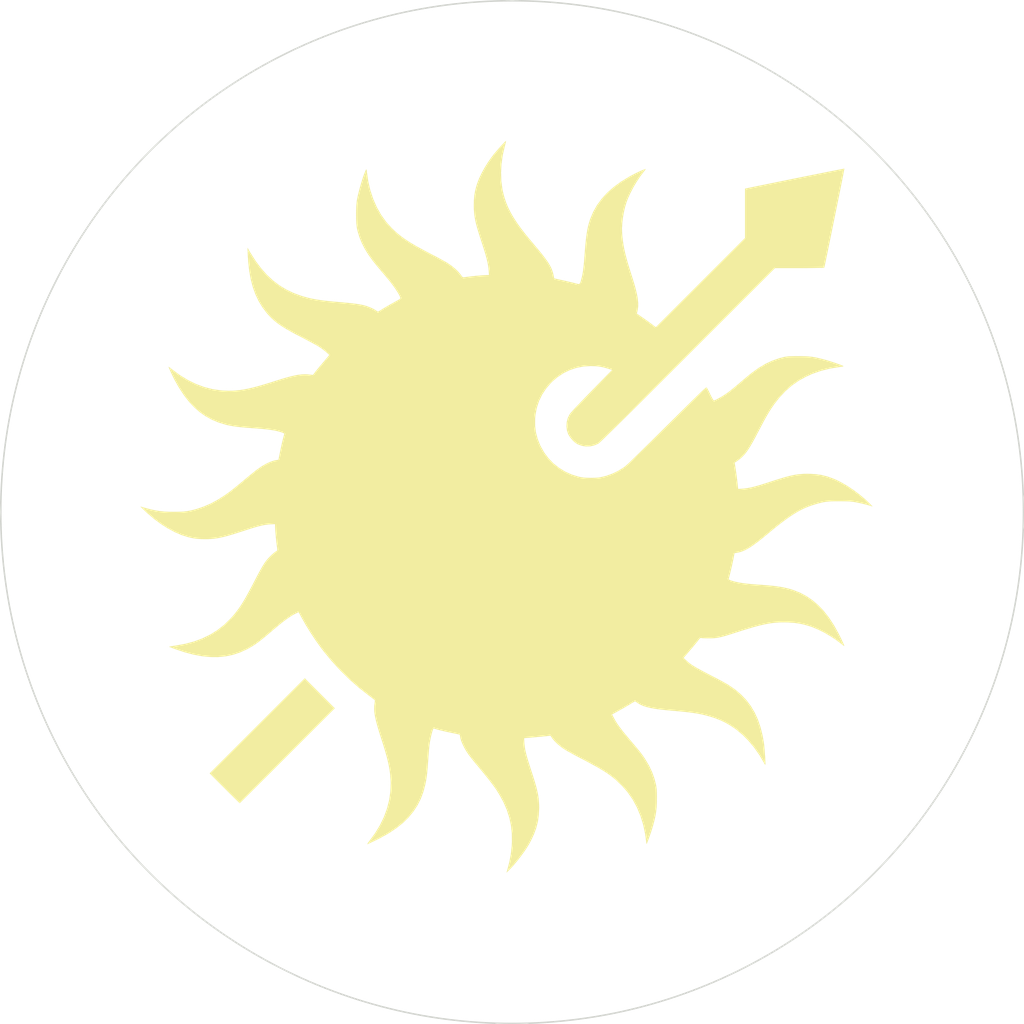
<source format=kicad_pcb>
(kicad_pcb (version 20171130) (host pcbnew "(5.0.0)")

  (general
    (thickness 1.6)
    (drawings 1)
    (tracks 0)
    (zones 0)
    (modules 1)
    (nets 1)
  )

  (page A)
  (layers
    (0 F.Cu signal)
    (31 B.Cu signal)
    (32 B.Adhes user)
    (33 F.Adhes user)
    (34 B.Paste user)
    (35 F.Paste user)
    (36 B.SilkS user)
    (37 F.SilkS user)
    (38 B.Mask user)
    (39 F.Mask user)
    (40 Dwgs.User user)
    (41 Cmts.User user)
    (42 Eco1.User user)
    (43 Eco2.User user)
    (44 Edge.Cuts user)
    (45 Margin user)
    (46 B.CrtYd user)
    (47 F.CrtYd user)
    (48 B.Fab user)
    (49 F.Fab user)
  )

  (setup
    (last_trace_width 0.25)
    (trace_clearance 0.2)
    (zone_clearance 0.508)
    (zone_45_only no)
    (trace_min 0.2)
    (segment_width 0.2)
    (edge_width 0.15)
    (via_size 0.8)
    (via_drill 0.4)
    (via_min_size 0.4)
    (via_min_drill 0.3)
    (uvia_size 0.3)
    (uvia_drill 0.1)
    (uvias_allowed no)
    (uvia_min_size 0.2)
    (uvia_min_drill 0.1)
    (pcb_text_width 0.3)
    (pcb_text_size 1.5 1.5)
    (mod_edge_width 0.15)
    (mod_text_size 1 1)
    (mod_text_width 0.15)
    (pad_size 1.524 1.524)
    (pad_drill 0.762)
    (pad_to_mask_clearance 0.2)
    (aux_axis_origin 139.7 107.95)
    (visible_elements FFFFFF7F)
    (pcbplotparams
      (layerselection 0x010fc_ffffffff)
      (usegerberextensions false)
      (usegerberattributes false)
      (usegerberadvancedattributes false)
      (creategerberjobfile false)
      (excludeedgelayer true)
      (linewidth 0.100000)
      (plotframeref false)
      (viasonmask false)
      (mode 1)
      (useauxorigin false)
      (hpglpennumber 1)
      (hpglpenspeed 20)
      (hpglpendiameter 15.000000)
      (psnegative false)
      (psa4output false)
      (plotreference true)
      (plotvalue true)
      (plotinvisibletext false)
      (padsonsilk false)
      (subtractmaskfromsilk false)
      (outputformat 1)
      (mirror false)
      (drillshape 1)
      (scaleselection 1)
      (outputdirectory ""))
  )

  (net 0 "")

  (net_class Default "This is the default net class."
    (clearance 0.2)
    (trace_width 0.25)
    (via_dia 0.8)
    (via_drill 0.4)
    (uvia_dia 0.3)
    (uvia_drill 0.1)
  )

  (module Eddies_modules:martell_emblem_negative (layer F.Cu) (tedit 0) (tstamp 5C30507D)
    (at 139.7 107.95)
    (fp_text reference G*** (at 0 0) (layer F.SilkS) hide
      (effects (font (size 1.524 1.524) (thickness 0.3)))
    )
    (fp_text value LOGO (at 0.75 0) (layer F.SilkS) hide
      (effects (font (size 1.524 1.524) (thickness 0.3)))
    )
    (fp_poly (pts (xy -17.618538 19.488732) (xy -22.328911 24.199275) (xy -22.878311 24.748534) (xy -23.409852 25.279629)
      (xy -23.919876 25.788915) (xy -24.404719 26.272749) (xy -24.860722 26.727488) (xy -25.284222 27.14949)
      (xy -25.671558 27.53511) (xy -26.01907 27.880705) (xy -26.323096 28.182633) (xy -26.579974 28.437249)
      (xy -26.786044 28.640911) (xy -26.937643 28.789976) (xy -27.031112 28.8808) (xy -27.062731 28.909818)
      (xy -27.099174 28.878185) (xy -27.194181 28.787632) (xy -27.341135 28.644676) (xy -27.533416 28.455835)
      (xy -27.764406 28.227626) (xy -28.027486 27.966567) (xy -28.316038 27.679176) (xy -28.563576 27.431879)
      (xy -30.040974 25.953939) (xy -25.319063 21.232029) (xy -20.597152 16.510118) (xy -17.618538 19.488732)) (layer F.SilkS) (width 0.01))
    (fp_poly (pts (xy -0.608569 -36.87669) (xy -0.612364 -36.827102) (xy -0.637425 -36.706955) (xy -0.679578 -36.534478)
      (xy -0.73256 -36.335454) (xy -0.932987 -35.465183) (xy -1.056989 -34.592204) (xy -1.104072 -33.728452)
      (xy -1.073746 -32.885862) (xy -0.965517 -32.076369) (xy -0.917917 -31.842364) (xy -0.78418 -31.316161)
      (xy -0.615781 -30.802848) (xy -0.407833 -30.293935) (xy -0.155452 -29.780932) (xy 0.146251 -29.255352)
      (xy 0.50216 -28.708703) (xy 0.917162 -28.132498) (xy 1.396143 -27.518247) (xy 1.94399 -26.85746)
      (xy 1.966587 -26.830902) (xy 2.376713 -26.345975) (xy 2.729018 -25.921025) (xy 3.028484 -25.548304)
      (xy 3.280095 -25.220062) (xy 3.488834 -24.928552) (xy 3.659684 -24.666024) (xy 3.797627 -24.424732)
      (xy 3.907647 -24.196925) (xy 3.994726 -23.974856) (xy 4.063847 -23.750776) (xy 4.119993 -23.516937)
      (xy 4.130606 -23.465845) (xy 4.181041 -23.217326) (xy 5.057702 -23.021567) (xy 5.360271 -22.952857)
      (xy 5.65983 -22.882782) (xy 5.933876 -22.816754) (xy 6.159909 -22.760184) (xy 6.300903 -22.722615)
      (xy 6.484931 -22.672909) (xy 6.61177 -22.654248) (xy 6.697713 -22.678146) (xy 6.759051 -22.756119)
      (xy 6.812076 -22.899681) (xy 6.873083 -23.120348) (xy 6.875284 -23.128569) (xy 6.936957 -23.374241)
      (xy 6.989942 -23.622952) (xy 7.036107 -23.888729) (xy 7.077323 -24.185598) (xy 7.115459 -24.527587)
      (xy 7.152383 -24.928723) (xy 7.189965 -25.403032) (xy 7.204179 -25.596663) (xy 7.252011 -26.218668)
      (xy 7.300559 -26.760003) (xy 7.351689 -27.232353) (xy 7.407265 -27.647405) (xy 7.469155 -28.016844)
      (xy 7.539221 -28.352357) (xy 7.619331 -28.665629) (xy 7.711348 -28.968348) (xy 7.769867 -29.140727)
      (xy 8.065089 -29.843051) (xy 8.444844 -30.509664) (xy 8.909309 -31.140749) (xy 9.45866 -31.73649)
      (xy 10.093075 -32.297072) (xy 10.81273 -32.822677) (xy 11.617802 -33.313489) (xy 11.963037 -33.499722)
      (xy 12.245122 -33.643628) (xy 12.513951 -33.77504) (xy 12.758495 -33.889149) (xy 12.96772 -33.981144)
      (xy 13.130595 -34.046217) (xy 13.236088 -34.079559) (xy 13.273168 -34.07636) (xy 13.270795 -34.069841)
      (xy 13.227407 -34.008833) (xy 13.142215 -33.897068) (xy 13.031406 -33.755679) (xy 12.997249 -33.712727)
      (xy 12.66197 -33.26038) (xy 12.331416 -32.754515) (xy 12.019153 -32.219375) (xy 11.738747 -31.679204)
      (xy 11.503763 -31.158245) (xy 11.367192 -30.799641) (xy 11.221474 -30.317128) (xy 11.099466 -29.79169)
      (xy 11.004821 -29.248302) (xy 10.941191 -28.711941) (xy 10.91223 -28.207581) (xy 10.92159 -27.760198)
      (xy 10.92195 -27.755273) (xy 10.95766 -27.338292) (xy 11.003051 -26.941017) (xy 11.061012 -26.55065)
      (xy 11.134429 -26.154394) (xy 11.226191 -25.73945) (xy 11.339186 -25.293021) (xy 11.4763 -24.80231)
      (xy 11.640422 -24.254519) (xy 11.834439 -23.636851) (xy 11.891061 -23.460364) (xy 12.084068 -22.842493)
      (xy 12.240058 -22.299672) (xy 12.360471 -21.822973) (xy 12.446745 -21.403467) (xy 12.500318 -21.032227)
      (xy 12.522631 -20.700325) (xy 12.51512 -20.398832) (xy 12.479226 -20.11882) (xy 12.451197 -19.984558)
      (xy 12.388563 -19.718389) (xy 12.902191 -19.365176) (xy 13.146328 -19.195101) (xy 13.413587 -19.005386)
      (xy 13.668822 -18.821151) (xy 13.84769 -18.689398) (xy 14.279561 -18.366832) (xy 18.708326 -22.795417)
      (xy 23.137091 -27.224001) (xy 23.137091 -32.134892) (xy 23.356455 -32.180426) (xy 23.732787 -32.258251)
      (xy 24.16083 -32.346255) (xy 24.63371 -32.443058) (xy 25.144554 -32.547278) (xy 25.686488 -32.657533)
      (xy 26.252638 -32.772442) (xy 26.836131 -32.890624) (xy 27.430093 -33.010698) (xy 28.02765 -33.131282)
      (xy 28.621929 -33.250995) (xy 29.206055 -33.368455) (xy 29.773156 -33.482281) (xy 30.316358 -33.591092)
      (xy 30.828787 -33.693507) (xy 31.303568 -33.788144) (xy 31.73383 -33.873621) (xy 32.112697 -33.948559)
      (xy 32.433297 -34.011574) (xy 32.688756 -34.061286) (xy 32.872199 -34.096313) (xy 32.976754 -34.115275)
      (xy 32.999309 -34.118267) (xy 32.993664 -34.070921) (xy 32.970944 -33.940815) (xy 32.932661 -33.735666)
      (xy 32.880322 -33.463189) (xy 32.815438 -33.131099) (xy 32.739518 -32.747113) (xy 32.654071 -32.318946)
      (xy 32.560607 -31.854313) (xy 32.460636 -31.360931) (xy 32.440532 -31.262129) (xy 32.32251 -30.68246)
      (xy 32.196976 -30.065849) (xy 32.067423 -29.429454) (xy 31.937344 -28.790435) (xy 31.810231 -28.165949)
      (xy 31.689578 -27.573156) (xy 31.578876 -27.029212) (xy 31.481619 -26.551278) (xy 31.444989 -26.371257)
      (xy 31.358602 -25.948252) (xy 31.277278 -25.55306) (xy 31.202956 -25.194889) (xy 31.137577 -24.882951)
      (xy 31.08308 -24.626455) (xy 31.041405 -24.434611) (xy 31.014493 -24.31663) (xy 31.004845 -24.281529)
      (xy 30.955733 -24.274638) (xy 30.822882 -24.268178) (xy 30.614913 -24.262276) (xy 30.340449 -24.257059)
      (xy 30.008112 -24.252654) (xy 29.626526 -24.249188) (xy 29.204313 -24.246786) (xy 28.750096 -24.245577)
      (xy 28.549591 -24.245455) (xy 26.116634 -24.245455) (xy 17.457135 -15.591887) (xy 16.41917 -14.554989)
      (xy 15.44609 -13.583644) (xy 14.537804 -12.677763) (xy 13.694222 -11.837256) (xy 12.915252 -11.062032)
      (xy 12.200803 -10.352002) (xy 11.550785 -9.707075) (xy 10.965105 -9.127162) (xy 10.443673 -8.612172)
      (xy 9.986398 -8.162016) (xy 9.593189 -7.776602) (xy 9.263955 -7.455843) (xy 8.998604 -7.199646)
      (xy 8.797046 -7.007923) (xy 8.65919 -6.880583) (xy 8.584944 -6.817536) (xy 8.576619 -6.811984)
      (xy 8.170836 -6.630263) (xy 7.746522 -6.5337) (xy 7.316415 -6.522521) (xy 6.893254 -6.596951)
      (xy 6.48978 -6.757216) (xy 6.457427 -6.774463) (xy 6.216357 -6.941592) (xy 5.975747 -7.171321)
      (xy 5.759798 -7.436988) (xy 5.592708 -7.711932) (xy 5.577005 -7.744464) (xy 5.450246 -8.119598)
      (xy 5.400599 -8.522484) (xy 5.426514 -8.932465) (xy 5.526441 -9.328884) (xy 5.698833 -9.691082)
      (xy 5.726206 -9.734151) (xy 5.8034 -9.833886) (xy 5.946226 -9.997959) (xy 6.154365 -10.226038)
      (xy 6.427502 -10.517792) (xy 6.765321 -10.872892) (xy 7.167504 -11.291005) (xy 7.633734 -11.771801)
      (xy 8.163696 -12.314949) (xy 8.757072 -12.920119) (xy 9.411327 -13.584729) (xy 9.942219 -14.123095)
      (xy 9.508473 -14.260874) (xy 9.086506 -14.380534) (xy 8.690417 -14.45896) (xy 8.282361 -14.501788)
      (xy 7.824491 -14.514656) (xy 7.804727 -14.514628) (xy 7.088472 -14.46815) (xy 6.397128 -14.333599)
      (xy 5.735578 -14.113066) (xy 5.108705 -13.808644) (xy 4.521391 -13.422426) (xy 3.97852 -12.956503)
      (xy 3.837821 -12.814835) (xy 3.364668 -12.2589) (xy 2.975424 -11.664657) (xy 2.670654 -11.033397)
      (xy 2.450923 -10.366408) (xy 2.316794 -9.664982) (xy 2.279162 -9.2555) (xy 2.280195 -8.571875)
      (xy 2.365573 -7.911394) (xy 2.537607 -7.262795) (xy 2.798608 -6.614815) (xy 2.838074 -6.532336)
      (xy 3.190386 -5.911821) (xy 3.613339 -5.347359) (xy 4.100857 -4.843567) (xy 4.646864 -4.40506)
      (xy 5.245285 -4.036456) (xy 5.890045 -3.74237) (xy 6.575069 -3.527418) (xy 6.881091 -3.460354)
      (xy 7.107844 -3.430199) (xy 7.398793 -3.410775) (xy 7.726392 -3.402106) (xy 8.063097 -3.404216)
      (xy 8.381361 -3.417129) (xy 8.653641 -3.440869) (xy 8.774546 -3.458682) (xy 9.365594 -3.603613)
      (xy 9.965471 -3.822641) (xy 10.547653 -4.104533) (xy 11.083636 -4.436667) (xy 11.135213 -4.473889)
      (xy 11.19195 -4.51746) (xy 11.256944 -4.570393) (xy 11.333294 -4.635701) (xy 11.424097 -4.716397)
      (xy 11.53245 -4.815494) (xy 11.661452 -4.936006) (xy 11.814199 -5.080946) (xy 11.993789 -5.253326)
      (xy 12.20332 -5.456161) (xy 12.445889 -5.692462) (xy 12.724593 -5.965245) (xy 13.042531 -6.277521)
      (xy 13.4028 -6.632304) (xy 13.808497 -7.032608) (xy 14.26272 -7.481445) (xy 14.768567 -7.981828)
      (xy 15.329134 -8.536771) (xy 15.94752 -9.149288) (xy 16.626823 -9.82239) (xy 16.984532 -10.176901)
      (xy 17.444225 -10.631875) (xy 17.842812 -11.024902) (xy 18.184185 -11.359652) (xy 18.472239 -11.639797)
      (xy 18.710867 -11.869008) (xy 18.903962 -12.050957) (xy 19.055419 -12.189315) (xy 19.169132 -12.287753)
      (xy 19.248994 -12.349944) (xy 19.298899 -12.379559) (xy 19.322023 -12.380933) (xy 19.362895 -12.322577)
      (xy 19.43376 -12.196524) (xy 19.526036 -12.019001) (xy 19.631137 -11.806231) (xy 19.678764 -11.706619)
      (xy 19.790895 -11.478357) (xy 19.891132 -11.290614) (xy 19.971941 -11.156485) (xy 20.025789 -11.089064)
      (xy 20.03716 -11.083643) (xy 20.127785 -11.108254) (xy 20.278695 -11.176012) (xy 20.474031 -11.277784)
      (xy 20.697934 -11.404439) (xy 20.934544 -11.546845) (xy 21.168001 -11.695871) (xy 21.382446 -11.842386)
      (xy 21.484186 -11.916813) (xy 21.673905 -12.063861) (xy 21.912079 -12.254645) (xy 22.17772 -12.471999)
      (xy 22.449841 -12.698761) (xy 22.694686 -12.906786) (xy 22.944172 -13.119644) (xy 23.197746 -13.333308)
      (xy 23.437082 -13.53253) (xy 23.643857 -13.702057) (xy 23.799746 -13.826639) (xy 23.803049 -13.829215)
      (xy 24.486154 -14.320095) (xy 25.165947 -14.724083) (xy 25.851794 -15.045778) (xy 26.553059 -15.289779)
      (xy 27.018792 -15.408281) (xy 27.17329 -15.438315) (xy 27.336597 -15.460709) (xy 27.525074 -15.476439)
      (xy 27.755081 -15.486477) (xy 28.042978 -15.491799) (xy 28.405128 -15.493377) (xy 28.448 -15.493365)
      (xy 28.874974 -15.4898) (xy 29.239993 -15.477522) (xy 29.566281 -15.453306) (xy 29.877059 -15.413926)
      (xy 30.19555 -15.356158) (xy 30.544977 -15.276776) (xy 30.94856 -15.172553) (xy 31.147981 -15.118351)
      (xy 31.376534 -15.052021) (xy 31.63996 -14.969852) (xy 31.919997 -14.878163) (xy 32.198383 -14.783272)
      (xy 32.456855 -14.691496) (xy 32.677151 -14.609152) (xy 32.84101 -14.54256) (xy 32.915849 -14.50677)
      (xy 32.903932 -14.485469) (xy 32.811016 -14.459428) (xy 32.64817 -14.431257) (xy 32.526925 -14.415079)
      (xy 31.565873 -14.258646) (xy 30.6605 -14.03069) (xy 29.80657 -13.729982) (xy 29.163818 -13.439307)
      (xy 28.442527 -13.033892) (xy 27.773854 -12.563173) (xy 27.152302 -12.022105) (xy 26.572374 -11.405643)
      (xy 26.028572 -10.708744) (xy 25.760565 -10.316438) (xy 25.621927 -10.101152) (xy 25.488697 -9.886325)
      (xy 25.354165 -9.659995) (xy 25.211622 -9.410201) (xy 25.054359 -9.12498) (xy 24.875666 -8.79237)
      (xy 24.668836 -8.400409) (xy 24.440539 -7.96288) (xy 24.16196 -7.433666) (xy 23.91436 -6.980014)
      (xy 23.691153 -6.593109) (xy 23.485752 -6.264131) (xy 23.291573 -5.984266) (xy 23.102028 -5.744695)
      (xy 22.910533 -5.536602) (xy 22.7105 -5.35117) (xy 22.495345 -5.179581) (xy 22.25848 -5.013019)
      (xy 22.216111 -4.984918) (xy 22.106779 -4.912927) (xy 22.205817 -4.2691) (xy 22.255992 -3.934574)
      (xy 22.299248 -3.625017) (xy 22.339361 -3.310904) (xy 22.380111 -2.962709) (xy 22.423436 -2.568016)
      (xy 22.452664 -2.295849) (xy 22.866943 -2.325256) (xy 23.135415 -2.350286) (xy 23.408575 -2.389052)
      (xy 23.698991 -2.444634) (xy 24.019232 -2.52011) (xy 24.381866 -2.618558) (xy 24.79946 -2.743056)
      (xy 25.284583 -2.896682) (xy 25.539931 -2.979969) (xy 26.118126 -3.167767) (xy 26.621262 -3.325643)
      (xy 27.060791 -3.456028) (xy 27.448165 -3.561354) (xy 27.794837 -3.644052) (xy 28.112258 -3.706555)
      (xy 28.411881 -3.751294) (xy 28.705159 -3.780701) (xy 29.003543 -3.797207) (xy 29.318486 -3.803245)
      (xy 29.417818 -3.803378) (xy 30.079982 -3.776136) (xy 30.693239 -3.693153) (xy 31.285948 -3.548281)
      (xy 31.886465 -3.33537) (xy 32.202976 -3.199463) (xy 32.755531 -2.921722) (xy 33.335317 -2.579185)
      (xy 33.922093 -2.186282) (xy 34.495617 -1.757447) (xy 35.035647 -1.307112) (xy 35.52194 -0.849708)
      (xy 35.576559 -0.794172) (xy 35.800937 -0.563919) (xy 35.34565 -0.699375) (xy 35.11553 -0.762628)
      (xy 34.831553 -0.83295) (xy 34.530844 -0.901501) (xy 34.266909 -0.956265) (xy 34.055712 -0.995849)
      (xy 33.869543 -1.025942) (xy 33.689856 -1.047884) (xy 33.498109 -1.063017) (xy 33.275756 -1.07268)
      (xy 33.004253 -1.078215) (xy 32.665057 -1.080962) (xy 32.535091 -1.081486) (xy 32.113615 -1.080758)
      (xy 31.764533 -1.073818) (xy 31.467954 -1.05829) (xy 31.203989 -1.031798) (xy 30.952746 -0.991966)
      (xy 30.694336 -0.936418) (xy 30.408869 -0.862778) (xy 30.189755 -0.801331) (xy 29.76811 -0.670213)
      (xy 29.360974 -0.520558) (xy 28.959998 -0.347218) (xy 28.556832 -0.145044) (xy 28.143127 0.09111)
      (xy 27.710532 0.366394) (xy 27.250699 0.685955) (xy 26.755276 1.054942) (xy 26.215915 1.478501)
      (xy 25.624265 1.961782) (xy 25.386363 2.160171) (xy 24.884592 2.573961) (xy 24.439451 2.925872)
      (xy 24.04348 3.220535) (xy 23.68922 3.462582) (xy 23.369211 3.656643) (xy 23.075993 3.80735)
      (xy 22.802107 3.919333) (xy 22.540093 3.997224) (xy 22.371183 4.032011) (xy 22.090003 4.080175)
      (xy 21.983672 4.637815) (xy 21.909219 5.000963) (xy 21.80934 5.444075) (xy 21.68597 5.958896)
      (xy 21.541043 6.537169) (xy 21.513762 6.643677) (xy 21.53527 6.693577) (xy 21.628176 6.749082)
      (xy 21.798162 6.812503) (xy 22.050909 6.886153) (xy 22.213455 6.928384) (xy 22.567411 7.003102)
      (xy 23.007035 7.070856) (xy 23.525836 7.130839) (xy 24.117323 7.182245) (xy 24.430182 7.20396)
      (xy 25.085963 7.250383) (xy 25.661142 7.300978) (xy 26.167451 7.3575) (xy 26.61662 7.421705)
      (xy 27.02038 7.49535) (xy 27.390463 7.580189) (xy 27.738597 7.677979) (xy 27.865249 7.71814)
      (xy 28.561346 7.988573) (xy 29.21719 8.332788) (xy 29.834996 8.752927) (xy 30.41698 9.251131)
      (xy 30.965357 9.829541) (xy 31.482342 10.490298) (xy 31.970152 11.235544) (xy 32.431001 12.06742)
      (xy 32.494036 12.192) (xy 32.653688 12.515073) (xy 32.786898 12.792901) (xy 32.890207 13.017785)
      (xy 32.960157 13.182025) (xy 32.993289 13.277922) (xy 32.991904 13.300364) (xy 32.948002 13.273292)
      (xy 32.850606 13.201039) (xy 32.717594 13.097047) (xy 32.659627 13.050548) (xy 32.156344 12.673452)
      (xy 31.603857 12.311638) (xy 31.025211 11.977924) (xy 30.44345 11.685131) (xy 29.88162 11.446079)
      (xy 29.587649 11.341561) (xy 29.065559 11.186907) (xy 28.568287 11.076298) (xy 28.061257 11.003829)
      (xy 27.509889 10.963599) (xy 27.335347 10.957077) (xy 26.934203 10.950793) (xy 26.549758 10.958556)
      (xy 26.171595 10.982415) (xy 25.7893 11.024422) (xy 25.392457 11.086628) (xy 24.970651 11.171083)
      (xy 24.513466 11.27984) (xy 24.010489 11.41495) (xy 23.451302 11.578462) (xy 22.825492 11.77243)
      (xy 22.240751 11.960383) (xy 21.777839 12.109617) (xy 21.389091 12.230938) (xy 21.061571 12.327171)
      (xy 20.782345 12.401142) (xy 20.538476 12.455676) (xy 20.31703 12.493598) (xy 20.105071 12.517733)
      (xy 19.889665 12.530906) (xy 19.657875 12.535943) (xy 19.604182 12.536238) (xy 19.35673 12.534857)
      (xy 19.131634 12.529584) (xy 18.950478 12.521206) (xy 18.834848 12.510509) (xy 18.819091 12.507649)
      (xy 18.742591 12.497661) (xy 18.67995 12.517213) (xy 18.611016 12.580628) (xy 18.515637 12.702228)
      (xy 18.483034 12.746486) (xy 18.390652 12.866316) (xy 18.25078 13.039807) (xy 18.076604 13.250984)
      (xy 17.88131 13.48387) (xy 17.678083 13.722488) (xy 17.663307 13.739685) (xy 17.476823 13.957396)
      (xy 17.312673 14.150617) (xy 17.179766 14.308728) (xy 17.087012 14.421112) (xy 17.04332 14.477149)
      (xy 17.041091 14.481261) (xy 17.073753 14.523311) (xy 17.15977 14.607936) (xy 17.281193 14.719006)
      (xy 17.420069 14.840389) (xy 17.558449 14.955954) (xy 17.648742 15.027301) (xy 17.799126 15.137227)
      (xy 17.968918 15.250935) (xy 18.167666 15.373862) (xy 18.404918 15.511446) (xy 18.690224 15.669123)
      (xy 19.033129 15.852333) (xy 19.443183 16.066511) (xy 19.765818 16.232909) (xy 20.106774 16.409655)
      (xy 20.443465 16.587085) (xy 20.76085 16.757059) (xy 21.043889 16.911437) (xy 21.277542 17.04208)
      (xy 21.446767 17.140847) (xy 21.471364 17.155939) (xy 22.136846 17.612069) (xy 22.72867 18.109784)
      (xy 23.249577 18.653531) (xy 23.702309 19.247761) (xy 24.089607 19.896921) (xy 24.414212 20.605462)
      (xy 24.678864 21.377833) (xy 24.886306 22.218482) (xy 25.005281 22.891708) (xy 25.026788 23.058857)
      (xy 25.049825 23.278595) (xy 25.073331 23.535593) (xy 25.096246 23.814521) (xy 25.117509 24.100051)
      (xy 25.13606 24.376852) (xy 25.150837 24.629596) (xy 25.160781 24.842954) (xy 25.164831 25.001596)
      (xy 25.161926 25.090194) (xy 25.158269 25.102943) (xy 25.127703 25.07702) (xy 25.068834 24.989044)
      (xy 25.006881 24.880686) (xy 24.548762 24.105881) (xy 24.04101 23.383948) (xy 23.490603 22.722633)
      (xy 22.904521 22.129679) (xy 22.289744 21.612832) (xy 21.693702 21.204394) (xy 21.167864 20.905424)
      (xy 20.643426 20.656999) (xy 20.086617 20.444345) (xy 19.620249 20.297339) (xy 19.291609 20.205915)
      (xy 18.966129 20.125441) (xy 18.631695 20.054067) (xy 18.276195 19.989943) (xy 17.887516 19.931219)
      (xy 17.453546 19.876047) (xy 16.962172 19.822577) (xy 16.40128 19.768959) (xy 15.840364 19.720166)
      (xy 15.192639 19.660503) (xy 14.628903 19.5965) (xy 14.140814 19.526187) (xy 13.720026 19.447597)
      (xy 13.358196 19.35876) (xy 13.04698 19.257707) (xy 12.778036 19.142469) (xy 12.543018 19.011078)
      (xy 12.391354 18.906289) (xy 12.290379 18.836134) (xy 12.221248 18.798194) (xy 12.211886 18.796)
      (xy 12.162476 18.818892) (xy 12.050412 18.881504) (xy 11.891448 18.97474) (xy 11.701338 19.089505)
      (xy 11.666168 19.111047) (xy 11.422748 19.257302) (xy 11.133039 19.426514) (xy 10.832325 19.598316)
      (xy 10.555889 19.752343) (xy 10.540472 19.760779) (xy 9.928034 20.095464) (xy 10.139645 20.505182)
      (xy 10.284487 20.765212) (xy 10.461439 21.044066) (xy 10.676989 21.350514) (xy 10.937621 21.693326)
      (xy 11.249825 22.081271) (xy 11.620085 22.52312) (xy 11.711097 22.629739) (xy 12.018545 22.99002)
      (xy 12.273525 23.291895) (xy 12.484642 23.54625) (xy 12.6605 23.76397) (xy 12.809703 23.95594)
      (xy 12.940857 24.133045) (xy 13.062565 24.306171) (xy 13.183433 24.486203) (xy 13.207313 24.522546)
      (xy 13.596166 25.173714) (xy 13.903994 25.821077) (xy 14.139137 26.484162) (xy 14.278734 27.030754)
      (xy 14.315991 27.218211) (xy 14.343226 27.397581) (xy 14.361933 27.589089) (xy 14.373609 27.81296)
      (xy 14.379749 28.089421) (xy 14.381827 28.424909) (xy 14.375008 28.918806) (xy 14.350192 29.362376)
      (xy 14.303562 29.781723) (xy 14.231303 30.202948) (xy 14.129596 30.652153) (xy 13.994625 31.155439)
      (xy 13.969898 31.242) (xy 13.907581 31.448956) (xy 13.832274 31.683995) (xy 13.748892 31.933468)
      (xy 13.66235 32.183727) (xy 13.577563 32.421125) (xy 13.499446 32.632012) (xy 13.432913 32.802742)
      (xy 13.38288 32.919667) (xy 13.354261 32.969137) (xy 13.349546 32.964638) (xy 13.219007 31.968642)
      (xy 13.017835 31.031743) (xy 12.745526 30.152925) (xy 12.401574 29.331174) (xy 11.985473 28.565476)
      (xy 11.496719 27.854816) (xy 10.934805 27.198179) (xy 10.299226 26.594552) (xy 10.088229 26.418896)
      (xy 9.875784 26.251554) (xy 9.659489 26.090625) (xy 9.430974 25.93114) (xy 9.181873 25.768125)
      (xy 8.903815 25.59661) (xy 8.588433 25.411623) (xy 8.227357 25.208192) (xy 7.81222 24.981346)
      (xy 7.334652 24.726113) (xy 6.786285 24.437521) (xy 6.511636 24.294115) (xy 6.206456 24.132658)
      (xy 5.903925 23.968217) (xy 5.62195 23.810852) (xy 5.378443 23.670621) (xy 5.191312 23.557585)
      (xy 5.130116 23.518169) (xy 4.818531 23.293132) (xy 4.522534 23.04629) (xy 4.261026 22.795213)
      (xy 4.052907 22.557473) (xy 3.966656 22.436602) (xy 3.816924 22.203265) (xy 3.605644 22.229939)
      (xy 3.47808 22.24434) (xy 3.277139 22.264993) (xy 3.02146 22.290142) (xy 2.729681 22.318027)
      (xy 2.420442 22.346892) (xy 2.11238 22.374978) (xy 1.824135 22.400527) (xy 1.574345 22.421783)
      (xy 1.551937 22.423626) (xy 1.187328 22.4535) (xy 1.215879 22.922295) (xy 1.236715 23.169958)
      (xy 1.270885 23.423668) (xy 1.321292 23.695158) (xy 1.390838 23.996163) (xy 1.482426 24.338413)
      (xy 1.598959 24.733642) (xy 1.743339 25.193583) (xy 1.88674 25.633907) (xy 2.074931 26.213246)
      (xy 2.232215 26.71847) (xy 2.36113 27.161559) (xy 2.464213 27.554495) (xy 2.544001 27.909259)
      (xy 2.60303 28.237831) (xy 2.643839 28.552194) (xy 2.668962 28.864327) (xy 2.680939 29.186212)
      (xy 2.682873 29.393679) (xy 2.652642 30.080575) (xy 2.558178 30.737517) (xy 2.395159 31.379822)
      (xy 2.15926 32.022802) (xy 1.846156 32.681773) (xy 1.657483 33.02522) (xy 1.432259 33.39093)
      (xy 1.154931 33.797193) (xy 0.842028 34.222748) (xy 0.510079 34.646339) (xy 0.175612 35.046704)
      (xy -0.144845 35.402586) (xy -0.364869 35.626373) (xy -0.552693 35.808201) (xy -0.505627 35.649464)
      (xy -0.281636 34.799016) (xy -0.12618 33.98343) (xy -0.035375 33.180241) (xy -0.014186 32.807262)
      (xy -0.019825 31.966365) (xy -0.105869 31.151421) (xy -0.274338 30.355642) (xy -0.527253 29.572239)
      (xy -0.866633 28.794424) (xy -1.294497 28.015409) (xy -1.568435 27.583732) (xy -1.751771 27.317842)
      (xy -1.973798 27.014683) (xy -2.238914 26.668663) (xy -2.551516 26.274186) (xy -2.916001 25.82566)
      (xy -3.336766 25.317491) (xy -3.550982 25.061503) (xy -3.748202 24.823042) (xy -3.948124 24.57527)
      (xy -4.133127 24.340431) (xy -4.285592 24.140769) (xy -4.351046 24.051422) (xy -4.566347 23.725599)
      (xy -4.762848 23.381276) (xy -4.930235 23.039712) (xy -5.058192 22.722169) (xy -5.136405 22.449905)
      (xy -5.141961 22.421273) (xy -5.200738 22.098) (xy -5.590642 22.017748) (xy -6.174215 21.895231)
      (xy -6.666909 21.786606) (xy -7.069139 21.691777) (xy -7.381326 21.610648) (xy -7.445813 21.592362)
      (xy -7.814097 21.485691) (xy -7.879945 21.643288) (xy -7.935684 21.805422) (xy -7.998649 22.034728)
      (xy -8.063427 22.306882) (xy -8.124611 22.597559) (xy -8.176788 22.882437) (xy -8.21455 23.137191)
      (xy -8.217338 23.160182) (xy -8.235556 23.334561) (xy -8.257841 23.579754) (xy -8.282423 23.874396)
      (xy -8.307532 24.197123) (xy -8.331399 24.526568) (xy -8.335897 24.591818) (xy -8.370362 25.077117)
      (xy -8.402706 25.485597) (xy -8.434722 25.83272) (xy -8.468204 26.133949) (xy -8.504945 26.404746)
      (xy -8.546738 26.660573) (xy -8.595377 26.916892) (xy -8.618779 27.030803) (xy -8.814012 27.780371)
      (xy -9.077357 28.483312) (xy -9.411381 29.142575) (xy -9.818655 29.761105) (xy -10.301746 30.34185)
      (xy -10.863224 30.887757) (xy -11.505658 31.401774) (xy -12.231616 31.886846) (xy -13.043668 32.345922)
      (xy -13.415818 32.534039) (xy -13.681548 32.663521) (xy -13.922633 32.779898) (xy -14.125514 32.876714)
      (xy -14.276633 32.947512) (xy -14.362432 32.985835) (xy -14.373233 32.989977) (xy -14.380616 32.96852)
      (xy -14.337249 32.889646) (xy -14.25151 32.766895) (xy -14.169331 32.660313) (xy -13.600211 31.881487)
      (xy -13.119137 31.084257) (xy -12.726715 30.270536) (xy -12.423554 29.442239) (xy -12.210262 28.60128)
      (xy -12.087447 27.749574) (xy -12.055717 26.889036) (xy -12.10118 26.148634) (xy -12.145803 25.782466)
      (xy -12.202669 25.418256) (xy -12.2748 25.043741) (xy -12.365217 24.646658) (xy -12.476942 24.214742)
      (xy -12.612996 23.735731) (xy -12.776402 23.19736) (xy -12.970181 22.587365) (xy -13.005443 22.478489)
      (xy -13.195297 21.881889) (xy -13.351954 21.361598) (xy -13.477227 20.908453) (xy -13.57293 20.51329)
      (xy -13.640877 20.166949) (xy -13.682879 19.860265) (xy -13.700751 19.584077) (xy -13.696306 19.329222)
      (xy -13.673592 19.102304) (xy -13.64995 18.927771) (xy -13.63235 18.789167) (xy -13.623941 18.71152)
      (xy -13.623636 18.70514) (xy -13.659003 18.666157) (xy -13.756593 18.583454) (xy -13.90364 18.467234)
      (xy -14.087377 18.327698) (xy -14.203355 18.241844) (xy -15.18813 17.471862) (xy -16.152023 16.624817)
      (xy -17.079831 15.715833) (xy -17.956353 14.760037) (xy -18.766385 13.772554) (xy -18.985721 13.483711)
      (xy -19.506919 12.756945) (xy -20.011028 12.000123) (xy -20.480181 11.24119) (xy -20.896512 10.508088)
      (xy -20.939667 10.427693) (xy -21.203327 9.933386) (xy -21.373573 10.01152) (xy -21.638681 10.142954)
      (xy -21.91174 10.29915) (xy -22.201882 10.486681) (xy -22.518241 10.712119) (xy -22.86995 10.982038)
      (xy -23.266142 11.303009) (xy -23.715951 11.681605) (xy -23.829818 11.779128) (xy -24.249718 12.137091)
      (xy -24.612989 12.440152) (xy -24.930587 12.696364) (xy -25.213466 12.91378) (xy -25.472581 13.100456)
      (xy -25.718887 13.264445) (xy -25.963337 13.413801) (xy -26.216887 13.556578) (xy -26.329488 13.616922)
      (xy -27.00762 13.930676) (xy -27.708702 14.165297) (xy -28.435814 14.320778) (xy -29.19204 14.39711)
      (xy -29.980461 14.394288) (xy -30.80416 14.312302) (xy -31.666218 14.151146) (xy -32.569716 13.910813)
      (xy -33.495595 13.599464) (xy -33.70927 13.519356) (xy -33.886304 13.450271) (xy -34.01146 13.398366)
      (xy -34.069502 13.369799) (xy -34.071562 13.366713) (xy -34.022968 13.355082) (xy -33.899419 13.333233)
      (xy -33.717414 13.303881) (xy -33.493451 13.269742) (xy -33.388148 13.254236) (xy -32.444991 13.080437)
      (xy -31.566283 12.842354) (xy -30.748273 12.537994) (xy -29.987212 12.165361) (xy -29.279349 11.722461)
      (xy -28.620935 11.207301) (xy -28.008219 10.617885) (xy -27.631816 10.192961) (xy -27.421471 9.932953)
      (xy -27.220861 9.667522) (xy -27.02387 9.386669) (xy -26.824379 9.080391) (xy -26.616272 8.738689)
      (xy -26.393431 8.351563) (xy -26.149739 7.909012) (xy -25.879079 7.401035) (xy -25.620056 6.904182)
      (xy -25.388126 6.458337) (xy -25.190779 6.085127) (xy -25.022039 5.774206) (xy -24.875932 5.515226)
      (xy -24.746481 5.29784) (xy -24.627711 5.111702) (xy -24.513648 4.946465) (xy -24.405608 4.80125)
      (xy -24.260694 4.627976) (xy -24.083895 4.439274) (xy -23.894254 4.253245) (xy -23.710814 4.087989)
      (xy -23.552618 3.961606) (xy -23.45942 3.901876) (xy -23.39827 3.87007) (xy -23.357463 3.838248)
      (xy -23.335386 3.790319) (xy -23.330424 3.710195) (xy -23.340965 3.581788) (xy -23.365395 3.389008)
      (xy -23.38981 3.207782) (xy -23.417891 2.978371) (xy -23.447418 2.702559) (xy -23.476535 2.401825)
      (xy -23.503385 2.097645) (xy -23.526112 1.811496) (xy -23.542858 1.564855) (xy -23.551768 1.379201)
      (xy -23.552727 1.323123) (xy -23.552727 1.18689) (xy -24.049182 1.214998) (xy -24.269677 1.231924)
      (xy -24.491273 1.259261) (xy -24.725367 1.299852) (xy -24.983351 1.35654) (xy -25.276622 1.432167)
      (xy -25.616574 1.529578) (xy -26.014601 1.651613) (xy -26.482099 1.801117) (xy -26.753355 1.889647)
      (xy -27.331512 2.076648) (xy -27.835346 2.233) (xy -28.276739 2.361219) (xy -28.667573 2.463823)
      (xy -29.01973 2.543327) (xy -29.34509 2.602249) (xy -29.655536 2.643105) (xy -29.962949 2.668412)
      (xy -30.27921 2.680687) (xy -30.49824 2.682871) (xy -30.912302 2.676218) (xy -31.268644 2.653051)
      (xy -31.60105 2.609414) (xy -31.943307 2.541351) (xy -32.165636 2.487602) (xy -32.82808 2.279182)
      (xy -33.50913 1.98788) (xy -34.199993 1.619016) (xy -34.891877 1.177915) (xy -35.575987 0.669897)
      (xy -36.243529 0.100287) (xy -36.488838 -0.129113) (xy -36.922364 -0.544722) (xy -36.359742 -0.390901)
      (xy -35.863958 -0.263028) (xy -35.419296 -0.1672) (xy -34.996751 -0.099569) (xy -34.567316 -0.056283)
      (xy -34.101987 -0.033493) (xy -33.620364 -0.02732) (xy -33.185628 -0.030696) (xy -32.820458 -0.043086)
      (xy -32.502262 -0.067346) (xy -32.208446 -0.106334) (xy -31.916419 -0.162907) (xy -31.603588 -0.239922)
      (xy -31.325404 -0.317523) (xy -30.628567 -0.551995) (xy -29.940536 -0.851866) (xy -29.25069 -1.222744)
      (xy -28.548405 -1.670236) (xy -27.963091 -2.092758) (xy -27.824223 -2.20086) (xy -27.629304 -2.356703)
      (xy -27.392864 -2.548455) (xy -27.129435 -2.764283) (xy -26.853546 -2.992354) (xy -26.646909 -3.164562)
      (xy -26.373854 -3.391939) (xy -26.104801 -3.614081) (xy -25.853693 -3.819617) (xy -25.634472 -3.997178)
      (xy -25.461083 -4.135393) (xy -25.366926 -4.208345) (xy -24.925938 -4.517498) (xy -24.493081 -4.774479)
      (xy -24.080617 -4.973195) (xy -23.700808 -5.10755) (xy -23.448547 -5.161873) (xy -23.212504 -5.195843)
      (xy -23.042486 -6.026921) (xy -22.97813 -6.333274) (xy -22.909397 -6.646494) (xy -22.842326 -6.939964)
      (xy -22.782959 -7.187069) (xy -22.75078 -7.312389) (xy -22.699772 -7.505906) (xy -22.659281 -7.66533)
      (xy -22.634435 -7.77013) (xy -22.629091 -7.79972) (xy -22.671178 -7.834668) (xy -22.786076 -7.884928)
      (xy -22.956739 -7.944438) (xy -23.16612 -8.007139) (xy -23.344909 -8.054251) (xy -23.677107 -8.12334)
      (xy -24.095367 -8.187078) (xy -24.601342 -8.245664) (xy -25.196683 -8.299294) (xy -25.700182 -8.336206)
      (xy -26.292976 -8.379391) (xy -26.805877 -8.424253) (xy -27.251356 -8.472373) (xy -27.641883 -8.525329)
      (xy -27.98993 -8.584702) (xy -28.307966 -8.652071) (xy -28.43199 -8.68222) (xy -29.148243 -8.89876)
      (xy -29.817448 -9.17701) (xy -30.443969 -9.520749) (xy -31.032168 -9.933755) (xy -31.586405 -10.419806)
      (xy -32.111045 -10.982681) (xy -32.610447 -11.626156) (xy -33.088976 -12.354011) (xy -33.497423 -13.069454)
      (xy -33.578197 -13.225595) (xy -33.674313 -13.420115) (xy -33.777825 -13.635844) (xy -33.88079 -13.855612)
      (xy -33.975262 -14.062249) (xy -34.053299 -14.238583) (xy -34.106954 -14.367445) (xy -34.128285 -14.431663)
      (xy -34.128364 -14.433132) (xy -34.095189 -14.416308) (xy -34.006108 -14.352588) (xy -33.876782 -14.253463)
      (xy -33.793545 -14.187513) (xy -33.009233 -13.610116) (xy -32.211629 -13.123352) (xy -31.401259 -12.72742)
      (xy -30.578646 -12.422519) (xy -29.744313 -12.208849) (xy -28.898783 -12.08661) (xy -28.194 -12.054735)
      (xy -27.807056 -12.061352) (xy -27.426816 -12.083477) (xy -27.042725 -12.123307) (xy -26.644227 -12.183038)
      (xy -26.220767 -12.264867) (xy -25.761791 -12.370989) (xy -25.256743 -12.503602) (xy -24.695069 -12.664902)
      (xy -24.066213 -12.857085) (xy -23.548333 -13.021461) (xy -22.95888 -13.206954) (xy -22.444627 -13.359393)
      (xy -21.995271 -13.480655) (xy -21.600509 -13.572619) (xy -21.250037 -13.637162) (xy -20.933552 -13.676164)
      (xy -20.640753 -13.691501) (xy -20.361334 -13.685051) (xy -20.084994 -13.658694) (xy -20.066 -13.656218)
      (xy -19.788909 -13.619527) (xy -19.528416 -13.959265) (xy -19.408645 -14.11086) (xy -19.244806 -14.311794)
      (xy -19.053627 -14.541875) (xy -18.851839 -14.780913) (xy -18.720234 -14.934637) (xy -18.545463 -15.139307)
      (xy -18.393752 -15.320475) (xy -18.274671 -15.466425) (xy -18.197789 -15.565443) (xy -18.172545 -15.605202)
      (xy -18.207685 -15.658577) (xy -18.303303 -15.753423) (xy -18.444698 -15.877556) (xy -18.617171 -16.01879)
      (xy -18.806018 -16.164939) (xy -18.99654 -16.303819) (xy -19.105785 -16.37875) (xy -19.242719 -16.463532)
      (xy -19.448383 -16.582252) (xy -19.708983 -16.727364) (xy -20.010725 -16.891321) (xy -20.339815 -17.066576)
      (xy -20.682461 -17.245584) (xy -20.814699 -17.313713) (xy -21.408075 -17.622308) (xy -21.925312 -17.901192)
      (xy -22.375369 -18.156559) (xy -22.767207 -18.394604) (xy -23.109785 -18.621522) (xy -23.412063 -18.843508)
      (xy -23.683 -19.066757) (xy -23.931556 -19.297463) (xy -24.166691 -19.541821) (xy -24.3667 -19.769614)
      (xy -24.804258 -20.344103) (xy -25.18157 -20.964515) (xy -25.50021 -21.635657) (xy -25.761752 -22.362339)
      (xy -25.967772 -23.149367) (xy -26.119844 -24.001549) (xy -26.219542 -24.923694) (xy -26.255992 -25.538545)
      (xy -26.286256 -26.254364) (xy -26.015346 -25.792545) (xy -25.499045 -24.975838) (xy -24.957266 -24.245446)
      (xy -24.385297 -23.597687) (xy -23.778428 -23.028879) (xy -23.131947 -22.535337) (xy -22.441142 -22.113381)
      (xy -21.701303 -21.759326) (xy -20.907719 -21.469489) (xy -20.250727 -21.286203) (xy -19.876335 -21.201827)
      (xy -19.473719 -21.126244) (xy -19.030075 -21.05766) (xy -18.532602 -20.994282) (xy -17.968497 -20.934317)
      (xy -17.324957 -20.875971) (xy -17.318182 -20.875399) (xy -16.746332 -20.825185) (xy -16.256728 -20.777792)
      (xy -15.839345 -20.731959) (xy -15.484154 -20.686425) (xy -15.181129 -20.639928) (xy -14.920242 -20.591206)
      (xy -14.74041 -20.551053) (xy -14.45107 -20.467015) (xy -14.148564 -20.354854) (xy -13.861265 -20.226842)
      (xy -13.617548 -20.095251) (xy -13.493633 -20.011852) (xy -13.386803 -19.938108) (xy -13.315458 -19.918583)
      (xy -13.246547 -19.945579) (xy -13.236323 -19.951927) (xy -12.932265 -20.140928) (xy -12.594529 -20.344474)
      (xy -12.249892 -20.546871) (xy -11.925128 -20.732423) (xy -11.647013 -20.885434) (xy -11.612012 -20.90406)
      (xy -11.419497 -21.009654) (xy -11.258634 -21.104868) (xy -11.1464 -21.179173) (xy -11.099888 -21.221714)
      (xy -11.106315 -21.313578) (xy -11.166067 -21.466067) (xy -11.272776 -21.669324) (xy -11.420077 -21.913489)
      (xy -11.6016 -22.188706) (xy -11.810979 -22.485116) (xy -12.041846 -22.792862) (xy -12.287835 -23.102086)
      (xy -12.406875 -23.245145) (xy -12.622441 -23.500242) (xy -12.863286 -23.785149) (xy -13.10334 -24.069029)
      (xy -13.316533 -24.321051) (xy -13.363539 -24.376599) (xy -13.866792 -25.001079) (xy -14.292923 -25.596818)
      (xy -14.648033 -26.175137) (xy -14.938221 -26.747359) (xy -15.169589 -27.324805) (xy -15.348235 -27.918797)
      (xy -15.407913 -28.170909) (xy -15.445202 -28.405895) (xy -15.472637 -28.712146) (xy -15.490218 -29.069089)
      (xy -15.497943 -29.456152) (xy -15.495811 -29.852764) (xy -15.483823 -30.238351) (xy -15.461976 -30.592342)
      (xy -15.430271 -30.894164) (xy -15.408037 -31.033645) (xy -15.334428 -31.388603) (xy -15.241728 -31.778197)
      (xy -15.134959 -32.185634) (xy -15.019143 -32.59412) (xy -14.899304 -32.98686) (xy -14.780463 -33.347062)
      (xy -14.667642 -33.65793) (xy -14.565864 -33.90267) (xy -14.524767 -33.987211) (xy -14.492689 -34.040579)
      (xy -14.471437 -34.040659) (xy -14.454986 -33.975168) (xy -14.437309 -33.831823) (xy -14.43414 -33.802483)
      (xy -14.292567 -32.847921) (xy -14.078423 -31.94067) (xy -13.793178 -31.083821) (xy -13.438306 -30.280461)
      (xy -13.015277 -29.533679) (xy -12.525563 -28.846563) (xy -11.970636 -28.222202) (xy -11.614727 -27.885834)
      (xy -11.317711 -27.631426) (xy -11.01488 -27.390784) (xy -10.69583 -27.157321) (xy -10.35016 -26.924449)
      (xy -9.967466 -26.685582) (xy -9.537345 -26.434133) (xy -9.049396 -26.163515) (xy -8.493215 -25.86714)
      (xy -8.119628 -25.672767) (xy -7.78065 -25.495956) (xy -7.44345 -25.316903) (xy -7.123877 -25.144259)
      (xy -6.837781 -24.986671) (xy -6.601012 -24.852789) (xy -6.429418 -24.751262) (xy -6.418212 -24.744318)
      (xy -6.045191 -24.49048) (xy -5.698383 -24.213199) (xy -5.396333 -23.928908) (xy -5.157591 -23.654043)
      (xy -5.103539 -23.579448) (xy -5.006831 -23.449408) (xy -4.924328 -23.356805) (xy -4.874196 -23.321818)
      (xy -4.809529 -23.327681) (xy -4.674378 -23.343561) (xy -4.489761 -23.366897) (xy -4.316145 -23.38981)
      (xy -4.086711 -23.417894) (xy -3.810879 -23.447423) (xy -3.510128 -23.476541) (xy -3.205934 -23.503391)
      (xy -2.919776 -23.526117) (xy -2.673132 -23.542862) (xy -2.48748 -23.551769) (xy -2.43144 -23.552727)
      (xy -2.29516 -23.552727) (xy -2.324023 -23.992117) (xy -2.35019 -24.269869) (xy -2.394711 -24.565327)
      (xy -2.460339 -24.889619) (xy -2.549827 -25.253875) (xy -2.665927 -25.669224) (xy -2.81139 -26.146795)
      (xy -2.98897 -26.697717) (xy -3.005743 -26.748617) (xy -3.190751 -27.3161) (xy -3.345663 -27.809066)
      (xy -3.472988 -28.239414) (xy -3.575238 -28.619043) (xy -3.654923 -28.959854) (xy -3.714553 -29.273745)
      (xy -3.75664 -29.572616) (xy -3.783694 -29.868366) (xy -3.798225 -30.172894) (xy -3.802744 -30.4981)
      (xy -3.802747 -30.526182) (xy -3.789833 -31.032328) (xy -3.748191 -31.483927) (xy -3.672231 -31.915849)
      (xy -3.556364 -32.362965) (xy -3.45854 -32.673636) (xy -3.275684 -33.148424) (xy -3.032985 -33.661814)
      (xy -2.741906 -34.193701) (xy -2.413906 -34.723977) (xy -2.060447 -35.232535) (xy -1.826501 -35.536909)
      (xy -1.693665 -35.698274) (xy -1.535293 -35.883933) (xy -1.362066 -36.082138) (xy -1.184663 -36.28114)
      (xy -1.013766 -36.46919) (xy -0.860054 -36.63454) (xy -0.734207 -36.76544) (xy -0.646906 -36.850142)
      (xy -0.608831 -36.876898) (xy -0.608569 -36.87669)) (layer F.SilkS) (width 0.01))
  )

  (gr_circle (center 139.7 107.95) (end 190.5 107.95) (layer Edge.Cuts) (width 0.15))

)

</source>
